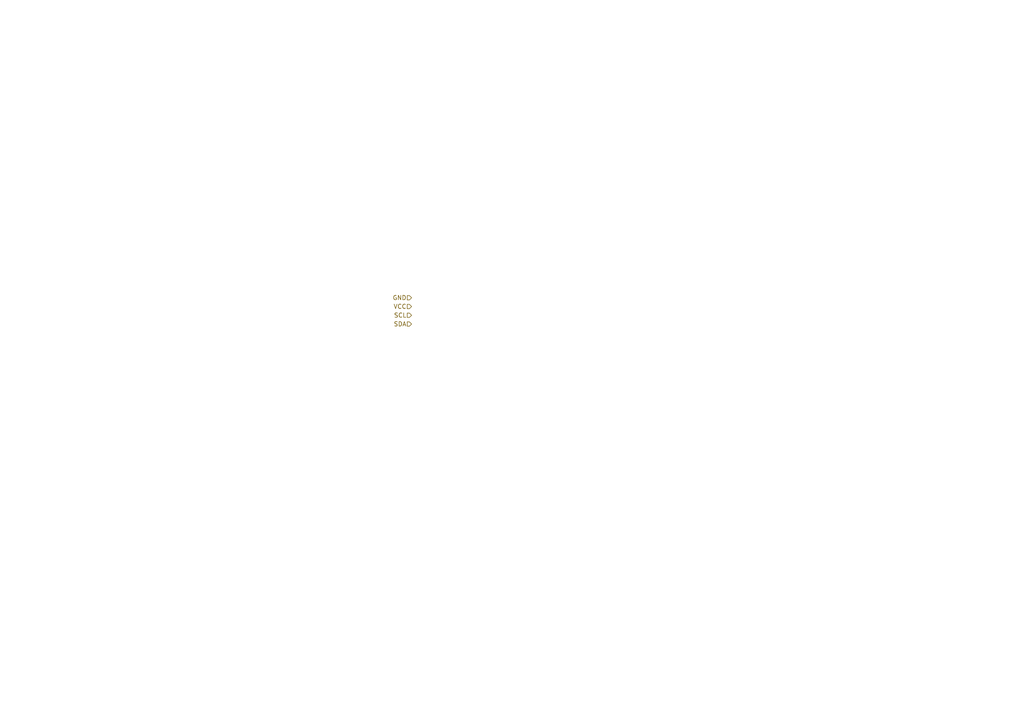
<source format=kicad_sch>
(kicad_sch (version 20230121) (generator eeschema)
  (paper "A4")
  (lib_symbols)
  (hierarchical_label "GND" (shape input) (at 119.38 86.36 180))
  (hierarchical_label "SDA" (shape input) (at 119.38 93.98 180))
  (hierarchical_label "SCL" (shape input) (at 119.38 91.44 180))
  (hierarchical_label "VCC" (shape input) (at 119.38 88.9 180))
)
</source>
